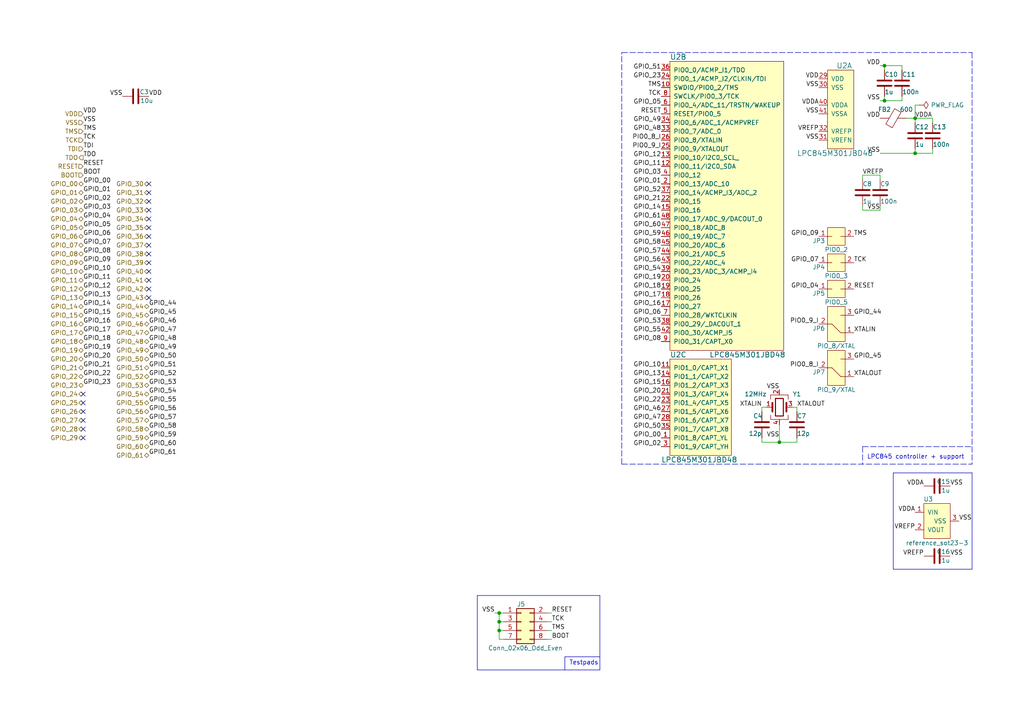
<source format=kicad_sch>
(kicad_sch (version 20230121) (generator eeschema)
  (paper "A4")
  (lib_symbols
    (symbol "Connector_Generic:Conn_02x04_Odd_Even" (pin_names (offset 1.016) hide)
      (property "Reference" "J" (at 1.27 5.08 0))
      (property "Value" "Conn_02x04_Odd_Even" (at 1.27 -7.62 0))
      (symbol "Conn_02x04_Odd_Even_1_1"
        (rectangle (start -1.27 -4.953) (end 0 -5.207) (stroke (width 0.1524)))
        (rectangle (start -1.27 -2.413) (end 0 -2.667) (stroke (width 0.1524)))
        (rectangle (start -1.27 0.127) (end 0 -0.127) (stroke (width 0.1524)))
        (rectangle (start -1.27 2.667) (end 0 2.413) (stroke (width 0.1524)))
        (rectangle (start -1.27 3.81) (end 3.81 -6.35) (stroke (width 0.254)) (fill (type background)))
        (rectangle (start 3.81 -4.953) (end 2.54 -5.207) (stroke (width 0.1524)))
        (rectangle (start 3.81 -2.413) (end 2.54 -2.667) (stroke (width 0.1524)))
        (rectangle (start 3.81 0.127) (end 2.54 -0.127) (stroke (width 0.1524)))
        (rectangle (start 3.81 2.667) (end 2.54 2.413) (stroke (width 0.1524)))
        (pin passive line (at -5.08 2.54 0) (length 3.81) (name "Pin_1") (number "1"))
        (pin passive line (at 7.62 2.54 180) (length 3.81) (name "Pin_2") (number "2"))
        (pin passive line (at -5.08 0 0) (length 3.81) (name "Pin_3") (number "3"))
        (pin passive line (at 7.62 0 180) (length 3.81) (name "Pin_4") (number "4"))
        (pin passive line (at -5.08 -2.54 0) (length 3.81) (name "Pin_5") (number "5"))
        (pin passive line (at 7.62 -2.54 180) (length 3.81) (name "Pin_6") (number "6"))
        (pin passive line (at -5.08 -5.08 0) (length 3.81) (name "Pin_7") (number "7"))
        (pin passive line (at 7.62 -5.08 180) (length 3.81) (name "Pin_8") (number "8"))
      )
    )
    (symbol "Device:C" (pin_numbers hide) (pin_names (offset 0.254))
      (property "Reference" "C" (at 0.635 2.54 0))
      (property "Value" "C" (at 0.635 -2.54 0))
      (symbol "C_0_1"
        (polyline (pts (xy -2.032 -0.762) (xy 2.032 -0.762)) (stroke (width 0.508)))
        (polyline (pts (xy -2.032 0.762) (xy 2.032 0.762)) (stroke (width 0.508)))
      )
      (symbol "C_1_1"
        (pin passive line (at 0 3.81 270) (length 2.794) (name "~") (number "1"))
        (pin passive line (at 0 -3.81 90) (length 2.794) (name "~") (number "2"))
      )
    )
    (symbol "Device:Crystal_GND24" (pin_names (offset 1.016) hide)
      (property "Reference" "Y" (at 3.175 5.08 0))
      (property "Value" "Crystal_GND24" (at 3.175 3.175 0))
      (symbol "Crystal_GND24_0_1"
        (rectangle (start -1.143 2.54) (end 1.143 -2.54) (stroke (width 0.3048)))
        (polyline (pts (xy -2.54 0) (xy -2.032 0)))
        (polyline (pts (xy -2.032 -1.27) (xy -2.032 1.27)) (stroke (width 0.508)))
        (polyline (pts (xy 0 -3.81) (xy 0 -3.556)))
        (polyline (pts (xy 0 3.556) (xy 0 3.81)))
        (polyline (pts (xy 2.032 -1.27) (xy 2.032 1.27)) (stroke (width 0.508)))
        (polyline (pts (xy 2.032 0) (xy 2.54 0)))
        (polyline (pts (xy -2.54 -2.286) (xy -2.54 -3.556) (xy 2.54 -3.556) (xy 2.54 -2.286)))
        (polyline (pts (xy -2.54 2.286) (xy -2.54 3.556) (xy 2.54 3.556) (xy 2.54 2.286)))
      )
      (symbol "Crystal_GND24_1_1"
        (pin passive line (at -3.81 0 0) (length 1.27) (name "1") (number "1"))
        (pin passive line (at 0 5.08 270) (length 1.27) (name "2") (number "2"))
        (pin passive line (at 3.81 0 180) (length 1.27) (name "3") (number "3"))
        (pin passive line (at 0 -5.08 90) (length 1.27) (name "4") (number "4"))
      )
    )
    (symbol "Device:FerriteBead" (pin_numbers hide) (pin_names (offset 0))
      (property "Reference" "FB" (at -3.81 0.635 90))
      (property "Value" "FerriteBead" (at 3.81 0 90))
      (symbol "FerriteBead_0_1"
        (polyline (pts (xy 0 -1.27) (xy 0 -1.2192)))
        (polyline (pts (xy 0 1.27) (xy 0 1.2954)))
        (polyline (pts (xy -2.7686 0.4064) (xy -1.7018 2.2606) (xy 2.7686 -0.3048) (xy 1.6764 -2.159) (xy -2.7686 0.4064)))
      )
      (symbol "FerriteBead_1_1"
        (pin passive line (at 0 3.81 270) (length 2.54) (name "~") (number "1"))
        (pin passive line (at 0 -3.81 90) (length 2.54) (name "~") (number "2"))
      )
    )
    (symbol "SquantorGenericAnalog:reference_sot23-3" (pin_names (offset 1.016))
      (property "Reference" "U" (at 0 6.35 0))
      (property "Value" "reference_sot23-3" (at 0 -6.35 0))
      (symbol "reference_sot23-3_0_1"
        (rectangle (start -3.81 5.08) (end 3.81 -5.08) (fill (type background)))
      )
      (symbol "reference_sot23-3_1_1"
        (pin power_in line (at -6.35 2.54 0) (length 2.54) (name "VIN") (number "1"))
        (pin power_out line (at -6.35 -2.54 0) (length 2.54) (name "VOUT") (number "2"))
        (pin power_in line (at 6.35 0 180) (length 2.54) (name "VSS") (number "3"))
      )
    )
    (symbol "SquantorNxp:LPC845M301JBD48" (pin_names (offset 1.016))
      (property "Reference" "U" (at 0 43.18 0))
      (property "Value" "LPC845M301JBD48" (at 0 -43.18 0))
      (symbol "LPC845M301JBD48_1_1"
        (rectangle (start -3.81 11.43) (end 3.81 -11.43) (fill (type background)))
        (pin power_in line (at -6.35 8.89 0) (length 2.54) (name "VDD") (number "29"))
        (pin power_in line (at -6.35 6.35 0) (length 2.54) (name "VSS") (number "30"))
        (pin power_in line (at -6.35 -8.89 0) (length 2.54) (name "VREFN") (number "31"))
        (pin power_in line (at -6.35 -6.35 0) (length 2.54) (name "VREFP") (number "32"))
        (pin power_in line (at -6.35 1.27 0) (length 2.54) (name "VDDA") (number "40"))
        (pin power_in line (at -6.35 -1.27 0) (length 2.54) (name "VSSA") (number "41"))
      )
      (symbol "LPC845M301JBD48_2_1"
        (rectangle (start -15.24 41.91) (end 17.78 -41.91) (fill (type background)))
        (pin bidirectional line (at -17.78 34.29 0) (length 2.54) (name "SWDIO/PIO0_2/TMS") (number "10"))
        (pin bidirectional line (at -17.78 11.43 0) (length 2.54) (name "PIO0_11/I2C0_SDA") (number "12"))
        (pin bidirectional line (at -17.78 13.97 0) (length 2.54) (name "PIO0_10/I2C0_SCL_") (number "13"))
        (pin bidirectional line (at -17.78 -1.27 0) (length 2.54) (name "PIO0_16") (number "15"))
        (pin bidirectional line (at -17.78 -29.21 0) (length 2.54) (name "PIO0_27") (number "17"))
        (pin bidirectional line (at -17.78 -26.67 0) (length 2.54) (name "PIO0_26") (number "18"))
        (pin bidirectional line (at -17.78 -24.13 0) (length 2.54) (name "PIO0_25") (number "19"))
        (pin bidirectional line (at -17.78 6.35 0) (length 2.54) (name "PIO0_13/ADC_10") (number "2"))
        (pin bidirectional line (at -17.78 -21.59 0) (length 2.54) (name "PIO0_24") (number "20"))
        (pin bidirectional line (at -17.78 1.27 0) (length 2.54) (name "PIO0_15") (number "22"))
        (pin bidirectional line (at -17.78 36.83 0) (length 2.54) (name "PIO0_1/ACMP_I2/CLKIN/TDI") (number "24"))
        (pin bidirectional line (at -17.78 16.51 0) (length 2.54) (name "PIO0_9/XTALOUT") (number "25"))
        (pin bidirectional line (at -17.78 19.05 0) (length 2.54) (name "PIO0_8/XTALIN") (number "26"))
        (pin bidirectional line (at -17.78 21.59 0) (length 2.54) (name "PIO0_7/ADC_0") (number "33"))
        (pin bidirectional line (at -17.78 24.13 0) (length 2.54) (name "PIO0_6/ADC_1/ACMPVREF") (number "34"))
        (pin bidirectional line (at -17.78 39.37 0) (length 2.54) (name "PIO0_0/ACMP_I1/TDO") (number "36"))
        (pin bidirectional line (at -17.78 3.81 0) (length 2.54) (name "PIO0_14/ACMP_I3/ADC_2") (number "37"))
        (pin bidirectional line (at -17.78 -34.29 0) (length 2.54) (name "PIO0_29/_DACOUT_1") (number "38"))
        (pin bidirectional line (at -17.78 -19.05 0) (length 2.54) (name "PIO0_23/ADC_3/ACMP_I4") (number "39"))
        (pin bidirectional line (at -17.78 8.89 0) (length 2.54) (name "PIO0_12") (number "4"))
        (pin bidirectional line (at -17.78 -36.83 0) (length 2.54) (name "PIO0_30/ACMP_I5") (number "42"))
        (pin bidirectional line (at -17.78 -16.51 0) (length 2.54) (name "PIO0_22/ADC_4") (number "43"))
        (pin bidirectional line (at -17.78 -13.97 0) (length 2.54) (name "PIO0_21/ADC_5") (number "44"))
        (pin bidirectional line (at -17.78 -11.43 0) (length 2.54) (name "PIO0_20/ADC_6") (number "45"))
        (pin bidirectional line (at -17.78 -8.89 0) (length 2.54) (name "PIO0_19/ADC_7") (number "46"))
        (pin bidirectional line (at -17.78 -6.35 0) (length 2.54) (name "PIO0_18/ADC_8") (number "47"))
        (pin bidirectional line (at -17.78 -3.81 0) (length 2.54) (name "PIO0_17/ADC_9/DACOUT_0") (number "48"))
        (pin bidirectional line (at -17.78 26.67 0) (length 2.54) (name "RESET/PIO0_5") (number "5"))
        (pin bidirectional line (at -17.78 29.21 0) (length 2.54) (name "PIO0_4/ADC_11/TRSTN/WAKEUP") (number "6"))
        (pin bidirectional line (at -17.78 -31.75 0) (length 2.54) (name "PIO0_28/WKTCLKIN") (number "7"))
        (pin bidirectional line (at -17.78 31.75 0) (length 2.54) (name "SWCLK/PIO0_3/TCK") (number "8"))
        (pin bidirectional line (at -17.78 -39.37 0) (length 2.54) (name "PIO0_31/CAPT_X0") (number "9"))
      )
      (symbol "LPC845M301JBD48_3_1"
        (rectangle (start -8.89 13.97) (end 8.89 -13.97) (fill (type background)))
        (pin bidirectional line (at -11.43 -8.89 0) (length 2.54) (name "PIO1_8/CAPT_YL") (number "1"))
        (pin bidirectional line (at -11.43 11.43 0) (length 2.54) (name "PIO1_0/CAPT_X1") (number "11"))
        (pin bidirectional line (at -11.43 8.89 0) (length 2.54) (name "PIO1_1/CAPT_X2") (number "14"))
        (pin bidirectional line (at -11.43 6.35 0) (length 2.54) (name "PIO1_2/CAPT_X3") (number "16"))
        (pin bidirectional line (at -11.43 3.81 0) (length 2.54) (name "PIO1_3/CAPT_X4") (number "21"))
        (pin bidirectional line (at -11.43 1.27 0) (length 2.54) (name "PIO1_4/CAPT_X5") (number "23"))
        (pin bidirectional line (at -11.43 -1.27 0) (length 2.54) (name "PIO1_5/CAPT_X6") (number "27"))
        (pin bidirectional line (at -11.43 -3.81 0) (length 2.54) (name "PIO1_6/CAPT_X7") (number "28"))
        (pin bidirectional line (at -11.43 -11.43 0) (length 2.54) (name "PIO1_9/CAPT_YH") (number "3"))
        (pin bidirectional line (at -11.43 -6.35 0) (length 2.54) (name "PIO1_7/CAPT_X8") (number "35"))
      )
    )
    (symbol "SquantorSpecial:Solderjumper_2way_noconn" (pin_names (offset 1.016))
      (property "Reference" "JP" (at 0 3.81 0))
      (property "Value" "Solderjumper_2way_noconn" (at 0 -3.81 0))
      (symbol "Solderjumper_2way_noconn_0_1"
        (rectangle (start -2.54 2.54) (end 2.54 -2.54) (fill (type background)))
        (polyline (pts (xy -2.54 0) (xy -1.27 0)))
        (polyline (pts (xy 2.54 0) (xy 1.27 0)))
      )
      (symbol "Solderjumper_2way_noconn_1_1"
        (pin passive line (at -5.08 0 0) (length 2.54) (name "~") (number "1"))
        (pin passive line (at 5.08 0 180) (length 2.54) (name "~") (number "2"))
      )
    )
    (symbol "SquantorSpecial:Solderjumper_3way_12conn" (pin_names (offset 1.016))
      (property "Reference" "JP" (at 0 6.35 0))
      (property "Value" "Solderjumper_3way_12conn" (at 0 -6.35 0))
      (symbol "Solderjumper_3way_12conn_0_1"
        (rectangle (start -2.54 5.08) (end 2.54 -5.08) (fill (type background)))
        (polyline (pts (xy -2.54 -2.54) (xy -1.27 -2.54)))
        (polyline (pts (xy -2.54 2.54) (xy -1.27 2.54)))
        (polyline (pts (xy -1.27 2.54) (xy 1.27 0)))
        (polyline (pts (xy 2.54 0) (xy 1.27 0)))
      )
      (symbol "Solderjumper_3way_12conn_1_1"
        (pin passive line (at -5.08 2.54 0) (length 2.54) (name "~") (number "1"))
        (pin passive line (at 5.08 0 180) (length 2.54) (name "~") (number "2"))
        (pin passive line (at -5.08 -2.54 0) (length 2.54) (name "~") (number "3"))
      )
    )
    (symbol "power:PWR_FLAG" (power) (pin_numbers hide) (pin_names (offset 0) hide)
      (property "Value" "PWR_FLAG" (at 0 3.81 0))
      (symbol "PWR_FLAG_0_0"
        (pin power_out line (at 0 0 90) (length 0) (name "pwr") (number "1"))
      )
      (symbol "PWR_FLAG_0_1"
        (polyline (pts (xy 0 0) (xy 0 1.27) (xy -1.016 1.905) (xy 0 2.54) (xy 1.016 1.905) (xy 0 1.27)))
      )
    )
  )
  (junction (at 256.54 19.05))
  (junction (at 144.78 177.8))
  (junction (at 144.78 180.34))
  (junction (at 265.43 34.29))
  (junction (at 256.54 29.21))
  (junction (at 144.78 182.88))
  (junction (at 226.06 128.27))
  (junction (at 265.43 44.45))
  (no_connect (at 24.13 116.84))
  (no_connect (at 43.18 58.42))
  (no_connect (at 43.18 60.96))
  (no_connect (at 43.18 78.74))
  (no_connect (at 24.13 124.46))
  (no_connect (at 43.18 71.12))
  (no_connect (at 43.18 53.34))
  (no_connect (at 24.13 127))
  (no_connect (at 43.18 63.5))
  (no_connect (at 43.18 73.66))
  (no_connect (at 24.13 119.38))
  (no_connect (at 43.18 76.2))
  (no_connect (at 43.18 86.36))
  (no_connect (at 43.18 66.04))
  (no_connect (at 43.18 68.58))
  (no_connect (at 24.13 114.3))
  (no_connect (at 43.18 81.28))
  (no_connect (at 43.18 55.88))
  (no_connect (at 24.13 121.92))
  (no_connect (at 43.18 83.82))
  (wire (pts (xy 226.06 123.19) (xy 226.06 128.27)))
  (wire (pts (xy 255.27 19.05) (xy 256.54 19.05)))
  (wire (pts (xy 250.19 52.07) (xy 250.19 50.8)))
  (wire (pts (xy 144.78 177.8) (xy 144.78 180.34)))
  (wire (pts (xy 265.43 43.18) (xy 265.43 44.45)))
  (wire (pts (xy 158.75 182.88) (xy 160.02 182.88)))
  (wire (pts (xy 265.43 44.45) (xy 270.51 44.45)))
  (polyline (pts (xy 180.34 15.24) (xy 281.94 15.24)) (stroke (width 0) (type dash)))
  (wire (pts (xy 231.14 128.27) (xy 226.06 128.27)))
  (polyline (pts (xy 138.43 194.31) (xy 173.99 194.31)))
  (wire (pts (xy 250.19 59.69) (xy 250.19 60.96)))
  (wire (pts (xy 144.78 177.8) (xy 146.05 177.8)))
  (polyline (pts (xy 180.34 134.62) (xy 281.94 134.62)) (stroke (width 0) (type dash)))
  (wire (pts (xy 144.78 182.88) (xy 144.78 185.42)))
  (wire (pts (xy 270.51 44.45) (xy 270.51 43.18)))
  (wire (pts (xy 256.54 20.32) (xy 256.54 19.05)))
  (wire (pts (xy 255.27 50.8) (xy 255.27 52.07)))
  (wire (pts (xy 158.75 180.34) (xy 160.02 180.34)))
  (polyline (pts (xy 180.34 134.62) (xy 180.34 15.24)) (stroke (width 0) (type dash)))
  (wire (pts (xy 256.54 27.94) (xy 256.54 29.21)))
  (wire (pts (xy 265.43 34.29) (xy 270.51 34.29)))
  (wire (pts (xy 261.62 20.32) (xy 261.62 19.05)))
  (wire (pts (xy 255.27 44.45) (xy 265.43 44.45)))
  (polyline (pts (xy 259.08 165.1) (xy 259.08 137.16)))
  (wire (pts (xy 144.78 180.34) (xy 144.78 182.88)))
  (wire (pts (xy 220.98 118.11) (xy 220.98 119.38)))
  (wire (pts (xy 158.75 177.8) (xy 160.02 177.8)))
  (wire (pts (xy 270.51 34.29) (xy 270.51 35.56)))
  (polyline (pts (xy 173.99 193.04) (xy 173.99 172.72)))
  (polyline (pts (xy 173.99 193.04) (xy 173.99 194.31)))
  (polyline (pts (xy 250.19 129.54) (xy 281.94 129.54)) (stroke (width 0) (type dash)))
  (polyline (pts (xy 250.19 129.54) (xy 250.19 134.62)) (stroke (width 0) (type dash)))
  (wire (pts (xy 220.98 128.27) (xy 220.98 127)))
  (wire (pts (xy 143.51 177.8) (xy 144.78 177.8)))
  (wire (pts (xy 265.43 35.56) (xy 265.43 34.29)))
  (wire (pts (xy 261.62 27.94) (xy 261.62 29.21)))
  (wire (pts (xy 231.14 118.11) (xy 231.14 119.38)))
  (wire (pts (xy 229.87 118.11) (xy 231.14 118.11)))
  (wire (pts (xy 144.78 182.88) (xy 146.05 182.88)))
  (wire (pts (xy 220.98 118.11) (xy 222.25 118.11)))
  (wire (pts (xy 250.19 50.8) (xy 255.27 50.8)))
  (wire (pts (xy 255.27 60.96) (xy 255.27 59.69)))
  (polyline (pts (xy 281.94 15.24) (xy 281.94 134.62)) (stroke (width 0) (type dash)))
  (wire (pts (xy 250.19 60.96) (xy 255.27 60.96)))
  (wire (pts (xy 256.54 29.21) (xy 261.62 29.21)))
  (wire (pts (xy 265.43 30.48) (xy 265.43 34.29)))
  (wire (pts (xy 158.75 185.42) (xy 160.02 185.42)))
  (polyline (pts (xy 138.43 172.72) (xy 138.43 194.31)))
  (polyline (pts (xy 259.08 137.16) (xy 281.94 137.16)))
  (wire (pts (xy 262.89 34.29) (xy 265.43 34.29)))
  (wire (pts (xy 266.7 30.48) (xy 265.43 30.48)))
  (polyline (pts (xy 281.94 165.1) (xy 259.08 165.1)))
  (wire (pts (xy 226.06 128.27) (xy 220.98 128.27)))
  (polyline (pts (xy 173.99 172.72) (xy 138.43 172.72)))
  (polyline (pts (xy 163.83 190.5) (xy 163.83 194.31)))
  (wire (pts (xy 255.27 29.21) (xy 256.54 29.21)))
  (wire (pts (xy 256.54 19.05) (xy 261.62 19.05)))
  (polyline (pts (xy 173.99 190.5) (xy 163.83 190.5)))
  (wire (pts (xy 144.78 180.34) (xy 146.05 180.34)))
  (wire (pts (xy 144.78 185.42) (xy 146.05 185.42)))
  (wire (pts (xy 231.14 127) (xy 231.14 128.27)))
  (polyline (pts (xy 281.94 137.16) (xy 281.94 165.1)))
  (text "Testpads" (at 165.1 193.04 0) (effects (font (size 1.27 1.27)) (justify left bottom)))
  (text "LPC845 controller + support" (at 251.46 133.35 0) (effects (font (size 1.27 1.27)) (justify left bottom)))
  (label "GPIO_05" (at 24.13 66.04 0))
  (label "GPIO_59" (at 191.77 68.58 180))
  (label "TCK" (at 191.77 27.94 180))
  (label "VSS" (at 237.49 25.4 180))
  (label "VDD" (at 255.27 34.29 180))
  (label "VSS" (at 24.13 35.56 0))
  (label "GPIO_09" (at 237.49 68.58 180))
  (label "VSS" (at 237.49 33.02 180))
  (label "RESET" (at 160.02 177.8 0))
  (label "GPIO_14" (at 24.13 88.9 0))
  (label "BOOT" (at 160.02 185.42 0))
  (label "VREFP" (at 265.43 153.67 180))
  (label "XTALOUT" (at 247.65 109.22 0))
  (label "GPIO_44" (at 43.18 88.9 0))
  (label "VSS" (at 143.51 177.8 180))
  (label "GPIO_46" (at 191.77 119.38 180))
  (label "PIO0_9_I" (at 237.49 93.98 180))
  (label "GPIO_00" (at 24.13 53.34 0))
  (label "GPIO_50" (at 43.18 104.14 0))
  (label "GPIO_47" (at 191.77 121.92 180))
  (label "RESET" (at 247.65 83.82 0))
  (label "GPIO_50" (at 191.77 124.46 180))
  (label "TMS" (at 247.65 68.58 0))
  (label "GPIO_60" (at 43.18 129.54 0))
  (label "GPIO_59" (at 43.18 127 0))
  (label "GPIO_11" (at 191.77 48.26 180))
  (label "TCK" (at 24.13 40.64 0))
  (label "GPIO_10" (at 24.13 78.74 0))
  (label "GPIO_20" (at 191.77 114.3 180))
  (label "GPIO_61" (at 191.77 63.5 180))
  (label "GPIO_16" (at 191.77 88.9 180))
  (label "GPIO_54" (at 43.18 114.3 0))
  (label "VDDA" (at 237.49 30.48 180))
  (label "GPIO_01" (at 191.77 53.34 180))
  (label "GPIO_09" (at 24.13 76.2 0))
  (label "GPIO_58" (at 191.77 71.12 180))
  (label "VSS" (at 226.06 127 180))
  (label "GPIO_21" (at 191.77 58.42 180))
  (label "VSS" (at 255.27 60.96 180))
  (label "GPIO_49" (at 191.77 35.56 180))
  (label "PIO0_8_I" (at 191.77 40.64 180))
  (label "VDDA" (at 265.43 34.29 0))
  (label "GPIO_54" (at 191.77 78.74 180))
  (label "VDD" (at 237.49 22.86 180))
  (label "RESET" (at 191.77 33.02 180))
  (label "GPIO_23" (at 191.77 22.86 180))
  (label "VSS" (at 226.06 113.03 180))
  (label "VDDA" (at 265.43 148.59 180))
  (label "XTALIN" (at 247.65 96.52 0))
  (label "TCK" (at 247.65 76.2 0))
  (label "GPIO_58" (at 43.18 124.46 0))
  (label "GPIO_56" (at 43.18 119.38 0))
  (label "XTALOUT" (at 231.14 118.11 0))
  (label "GPIO_52" (at 191.77 55.88 180))
  (label "GPIO_52" (at 43.18 109.22 0))
  (label "GPIO_12" (at 191.77 45.72 180))
  (label "VDD" (at 43.18 27.94 0))
  (label "GPIO_60" (at 191.77 66.04 180))
  (label "VDDA" (at 267.97 140.97 180))
  (label "GPIO_13" (at 24.13 86.36 0))
  (label "VSS" (at 275.59 140.97 0))
  (label "GPIO_18" (at 191.77 83.82 180))
  (label "GPIO_47" (at 43.18 96.52 0))
  (label "GPIO_12" (at 24.13 83.82 0))
  (label "GPIO_48" (at 43.18 99.06 0))
  (label "GPIO_51" (at 43.18 106.68 0))
  (label "TDO" (at 24.13 45.72 0))
  (label "VREFP" (at 250.19 50.8 0))
  (label "GPIO_01" (at 24.13 55.88 0))
  (label "VREFP" (at 267.97 161.29 180))
  (label "GPIO_20" (at 24.13 104.14 0))
  (label "PIO0_9_I" (at 191.77 43.18 180))
  (label "GPIO_49" (at 43.18 101.6 0))
  (label "GPIO_45" (at 43.18 91.44 0))
  (label "GPIO_03" (at 24.13 60.96 0))
  (label "GPIO_53" (at 43.18 111.76 0))
  (label "GPIO_00" (at 191.77 127 180))
  (label "GPIO_57" (at 43.18 121.92 0))
  (label "GPIO_57" (at 191.77 73.66 180))
  (label "GPIO_23" (at 24.13 111.76 0))
  (label "GPIO_05" (at 191.77 30.48 180))
  (label "GPIO_48" (at 191.77 38.1 180))
  (label "GPIO_18" (at 24.13 99.06 0))
  (label "GPIO_15" (at 24.13 91.44 0))
  (label "PIO0_8_I" (at 237.49 106.68 180))
  (label "VSS" (at 255.27 44.45 180))
  (label "GPIO_55" (at 43.18 116.84 0))
  (label "GPIO_44" (at 247.65 91.44 0))
  (label "GPIO_11" (at 24.13 81.28 0))
  (label "VSS" (at 275.59 161.29 0))
  (label "TDI" (at 24.13 43.18 0))
  (label "GPIO_53" (at 191.77 93.98 180))
  (label "GPIO_22" (at 24.13 109.22 0))
  (label "GPIO_16" (at 24.13 93.98 0))
  (label "GPIO_08" (at 24.13 73.66 0))
  (label "GPIO_45" (at 247.65 104.14 0))
  (label "TMS" (at 160.02 182.88 0))
  (label "VSS" (at 255.27 29.21 180))
  (label "GPIO_02" (at 191.77 129.54 180))
  (label "GPIO_04" (at 24.13 63.5 0))
  (label "GPIO_10" (at 191.77 106.68 180))
  (label "GPIO_22" (at 191.77 116.84 180))
  (label "TMS" (at 191.77 25.4 180))
  (label "VREFP" (at 237.49 38.1 180))
  (label "GPIO_17" (at 24.13 96.52 0))
  (label "GPIO_55" (at 191.77 96.52 180))
  (label "GPIO_14" (at 191.77 60.96 180))
  (label "GPIO_04" (at 237.49 83.82 180))
  (label "VDD" (at 255.27 19.05 180))
  (label "GPIO_19" (at 191.77 81.28 180))
  (label "GPIO_51" (at 191.77 20.32 180))
  (label "GPIO_06" (at 191.77 91.44 180))
  (label "GPIO_19" (at 24.13 101.6 0))
  (label "GPIO_08" (at 191.77 99.06 180))
  (label "GPIO_46" (at 43.18 93.98 0))
  (label "GPIO_03" (at 191.77 50.8 180))
  (label "GPIO_17" (at 191.77 86.36 180))
  (label "GPIO_07" (at 24.13 71.12 0))
  (label "GPIO_21" (at 24.13 106.68 0))
  (label "GPIO_15" (at 191.77 111.76 180))
  (label "GPIO_02" (at 24.13 58.42 0))
  (label "BOOT" (at 24.13 50.8 0))
  (label "GPIO_61" (at 43.18 132.08 0))
  (label "GPIO_13" (at 191.77 109.22 180))
  (label "GPIO_07" (at 237.49 76.2 180))
  (label "TCK" (at 160.02 180.34 0))
  (label "GPIO_56" (at 191.77 76.2 180))
  (label "VSS" (at 237.49 40.64 180))
  (label "XTALIN" (at 220.98 118.11 180))
  (label "RESET" (at 24.13 48.26 0))
  (label "VSS" (at 278.13 151.13 0))
  (label "GPIO_06" (at 24.13 68.58 0))
  (label "TMS" (at 24.13 38.1 0))
  (label "VDD" (at 24.13 33.02 0))
  (label "VSS" (at 35.56 27.94 180))
  (hierarchical_label "GPIO_30" (shape bidirectional) (at 43.18 53.34 180))
  (hierarchical_label "GPIO_12" (shape bidirectional) (at 24.13 83.82 180))
  (hierarchical_label "GPIO_15" (shape bidirectional) (at 24.13 91.44 180))
  (hierarchical_label "GPIO_39" (shape bidirectional) (at 43.18 76.2 180))
  (hierarchical_label "GPIO_21" (shape bidirectional) (at 24.13 106.68 180))
  (hierarchical_label "GPIO_40" (shape bidirectional) (at 43.18 78.74 180))
  (hierarchical_label "VSS" (shape input) (at 24.13 35.56 180))
  (hierarchical_label "GPIO_02" (shape bidirectional) (at 24.13 58.42 180))
  (hierarchical_label "TDI" (shape input) (at 24.13 43.18 180))
  (hierarchical_label "GPIO_35" (shape bidirectional) (at 43.18 66.04 180))
  (hierarchical_label "GPIO_03" (shape bidirectional) (at 24.13 60.96 180))
  (hierarchical_label "GPIO_20" (shape bidirectional) (at 24.13 104.14 180))
  (hierarchical_label "GPIO_17" (shape bidirectional) (at 24.13 96.52 180))
  (hierarchical_label "GPIO_32" (shape bidirectional) (at 43.18 58.42 180))
  (hierarchical_label "GPIO_60" (shape bidirectional) (at 43.18 129.54 180))
  (hierarchical_label "GPIO_05" (shape bidirectional) (at 24.13 66.04 180))
  (hierarchical_label "GPIO_48" (shape bidirectional) (at 43.18 99.06 180))
  (hierarchical_label "GPIO_11" (shape bidirectional) (at 24.13 81.28 180))
  (hierarchical_label "GPIO_06" (shape bidirectional) (at 24.13 68.58 180))
  (hierarchical_label "GPIO_23" (shape bidirectional) (at 24.13 111.76 180))
  (hierarchical_label "GPIO_34" (shape bidirectional) (at 43.18 63.5 180))
  (hierarchical_label "GPIO_27" (shape bidirectional) (at 24.13 121.92 180))
  (hierarchical_label "BOOT" (shape input) (at 24.13 50.8 180))
  (hierarchical_label "GPIO_22" (shape bidirectional) (at 24.13 109.22 180))
  (hierarchical_label "TCK" (shape input) (at 24.13 40.64 180))
  (hierarchical_label "GPIO_38" (shape bidirectional) (at 43.18 73.66 180))
  (hierarchical_label "GPIO_13" (shape bidirectional) (at 24.13 86.36 180))
  (hierarchical_label "GPIO_42" (shape bidirectional) (at 43.18 83.82 180))
  (hierarchical_label "GPIO_24" (shape bidirectional) (at 24.13 114.3 180))
  (hierarchical_label "GPIO_61" (shape bidirectional) (at 43.18 132.08 180))
  (hierarchical_label "TMS" (shape input) (at 24.13 38.1 180))
  (hierarchical_label "GPIO_43" (shape bidirectional) (at 43.18 86.36 180))
  (hierarchical_label "GPIO_10" (shape bidirectional) (at 24.13 78.74 180))
  (hierarchical_label "GPIO_00" (shape bidirectional) (at 24.13 53.34 180))
  (hierarchical_label "GPIO_37" (shape bidirectional) (at 43.18 71.12 180))
  (hierarchical_label "GPIO_55" (shape bidirectional) (at 43.18 116.84 180))
  (hierarchical_label "GPIO_41" (shape bidirectional) (at 43.18 81.28 180))
  (hierarchical_label "GPIO_25" (shape bidirectional) (at 24.13 116.84 180))
  (hierarchical_label "GPIO_04" (shape bidirectional) (at 24.13 63.5 180))
  (hierarchical_label "GPIO_47" (shape bidirectional) (at 43.18 96.52 180))
  (hierarchical_label "GPIO_45" (shape bidirectional) (at 43.18 91.44 180))
  (hierarchical_label "GPIO_46" (shape bidirectional) (at 43.18 93.98 180))
  (hierarchical_label "GPIO_19" (shape bidirectional) (at 24.13 101.6 180))
  (hierarchical_label "GPIO_36" (shape bidirectional) (at 43.18 68.58 180))
  (hierarchical_label "GPIO_14" (shape bidirectional) (at 24.13 88.9 180))
  (hierarchical_label "GPIO_07" (shape bidirectional) (at 24.13 71.12 180))
  (hierarchical_label "GPIO_51" (shape bidirectional) (at 43.18 106.68 180))
  (hierarchical_label "GPIO_52" (shape bidirectional) (at 43.18 109.22 180))
  (hierarchical_label "GPIO_49" (shape bidirectional) (at 43.18 101.6 180))
  (hierarchical_label "VDD" (shape input) (at 24.13 33.02 180))
  (hierarchical_label "GPIO_26" (shape bidirectional) (at 24.13 119.38 180))
  (hierarchical_label "RESET" (shape input) (at 24.13 48.26 180))
  (hierarchical_label "GPIO_44" (shape bidirectional) (at 43.18 88.9 180))
  (hierarchical_label "GPIO_01" (shape bidirectional) (at 24.13 55.88 180))
  (hierarchical_label "GPIO_28" (shape bidirectional) (at 24.13 124.46 180))
  (hierarchical_label "GPIO_53" (shape bidirectional) (at 43.18 111.76 180))
  (hierarchical_label "GPIO_33" (shape bidirectional) (at 43.18 60.96 180))
  (hierarchical_label "GPIO_16" (shape bidirectional) (at 24.13 93.98 180))
  (hierarchical_label "GPIO_50" (shape bidirectional) (at 43.18 104.14 180))
  (hierarchical_label "GPIO_56" (shape bidirectional) (at 43.18 119.38 180))
  (hierarchical_label "GPIO_58" (shape bidirectional) (at 43.18 124.46 180))
  (hierarchical_label "GPIO_18" (shape bidirectional) (at 24.13 99.06 180))
  (hierarchical_label "GPIO_59" (shape bidirectional) (at 43.18 127 180))
  (hierarchical_label "GPIO_31" (shape bidirectional) (at 43.18 55.88 180))
  (hierarchical_label "GPIO_54" (shape bidirectional) (at 43.18 114.3 180))
  (hierarchical_label "GPIO_29" (shape bidirectional) (at 24.13 127 180))
  (hierarchical_label "TDO" (shape output) (at 24.13 45.72 180))
  (hierarchical_label "GPIO_09" (shape bidirectional) (at 24.13 76.2 180))
  (hierarchical_label "GPIO_08" (shape bidirectional) (at 24.13 73.66 180))
  (hierarchical_label "GPIO_57" (shape bidirectional) (at 43.18 121.92 180))
  (symbol (lib_id "Device:C") (at 39.37 27.94 90) (unit 1)
    (property "Reference" "C3" (at 43.18 26.67 90) (effects (justify left)))
    (property "Value" "10u" (at 44.45 29.21 90) (effects (justify left)))
    (property "Footprint" "SquantorCapacitor:C_0603" (effects hide))
  )
  (symbol (lib_id "SquantorNxp:LPC845M301JBD48") (at 243.84 31.75 0) (unit 1)
    (property "Reference" "U2" (at 242.57 19.05 0) (effects (font (size 1.524 1.524)) (justify left)))
    (property "Value" "LPC845M301JBD48" (at 231.14 44.45 0) (effects (font (size 1.524 1.524)) (justify left)))
  )
  (symbol (lib_id "Device:C") (at 255.27 55.88 0) (unit 1)
    (property "Reference" "C9" (at 255.27 53.34 0) (effects (justify left)))
    (property "Value" "100n" (at 255.27 58.42 0) (effects (justify left)))
    (property "Footprint" "SquantorCapacitor:C_0402" (effects hide))
  )
  (symbol (lib_id "SquantorSpecial:Solderjumper_2way_noconn") (at 242.57 76.2 0) (unit 1)
    (property "Reference" "JP4" (at 237.49 77.47 0))
    (property "Value" "PIO0_3" (at 242.57 80.01 0))
    (property "Footprint" "SquantorSpecial:solder_jumper_0402_2way_noconn" (effects hide))
  )
  (symbol (lib_id "Connector_Generic:Conn_02x04_Odd_Even") (at 151.13 180.34 0) (unit 1)
    (property "Reference" "J5" (at 151.13 175.26 0))
    (property "Value" "Conn_02x06_Odd_Even" (at 152.4 187.96 0))
    (property "Footprint" "SquantorConnectors:Header-0127-2X04-H006" (effects hide))
  )
  (symbol (lib_id "SquantorSpecial:Solderjumper_2way_noconn") (at 242.57 83.82 0) (unit 1)
    (property "Reference" "JP5" (at 237.49 85.09 0))
    (property "Value" "PIO0_5" (at 242.57 87.63 0))
    (property "Footprint" "SquantorSpecial:solder_jumper_0402_2way_noconn" (effects hide))
  )
  (symbol (lib_id "power:PWR_FLAG") (at 266.7 30.48 270) (unit 1)
    (property "Reference" "#FLG04" (effects hide))
    (property "Value" "PWR_FLAG" (at 269.9512 30.48 90) (effects (justify left)))
  )
  (symbol (lib_id "Device:C") (at 270.51 39.37 0) (unit 1)
    (property "Reference" "C13" (at 270.51 36.83 0) (effects (justify left)))
    (property "Value" "100n" (at 270.51 41.91 0) (effects (justify left)))
    (property "Footprint" "SquantorCapacitor:C_0402" (effects hide))
  )
  (symbol (lib_id "Device:C") (at 271.78 161.29 90) (unit 1)
    (property "Reference" "C16" (at 275.59 160.02 90) (effects (justify left)))
    (property "Value" "1u" (at 275.59 162.56 90) (effects (justify left)))
    (property "Footprint" "SquantorCapacitor:C_0603" (effects hide))
  )
  (symbol (lib_id "SquantorGenericAnalog:reference_sot23-3") (at 271.78 151.13 0) (unit 1)
    (property "Reference" "U3" (at 269.24 144.78 0))
    (property "Value" "reference_sot23-3" (at 271.78 157.48 0))
    (property "Footprint" "SquantorIC:SOT23-3" (effects hide))
  )
  (symbol (lib_id "Device:Crystal_GND24") (at 226.06 118.11 0) (unit 1)
    (property "Reference" "Y1" (at 229.87 114.3 0) (effects (justify left)))
    (property "Value" "12MHz" (at 215.9 114.3 0) (effects (justify left)))
    (property "Footprint" "SquantorCrystal:Crystal_3225_4" (effects hide))
  )
  (symbol (lib_id "Device:C") (at 265.43 39.37 0) (unit 1)
    (property "Reference" "C12" (at 265.43 36.83 0) (effects (justify left)))
    (property "Value" "1u" (at 265.43 41.91 0) (effects (justify left)))
    (property "Footprint" "SquantorCapacitor:C_0603" (effects hide))
  )
  (symbol (lib_id "SquantorNxp:LPC845M301JBD48") (at 203.2 118.11 0) (unit 3)
    (property "Reference" "U2" (at 194.31 102.87 0) (effects (font (size 1.524 1.524)) (justify left)))
    (property "Value" "LPC845M301JBD48" (at 191.77 133.35 0) (effects (font (size 1.524 1.524)) (justify left)))
    (property "Footprint" "SquantorIC:SOT313-2-NXP" (effects hide))
  )
  (symbol (lib_id "Device:C") (at 261.62 24.13 0) (unit 1)
    (property "Reference" "C11" (at 261.62 21.59 0) (effects (justify left)))
    (property "Value" "100n" (at 261.62 26.67 0) (effects (justify left)))
    (property "Footprint" "SquantorCapacitor:C_0402" (effects hide))
  )
  (symbol (lib_id "SquantorSpecial:Solderjumper_2way_noconn") (at 242.57 68.58 0) (unit 1)
    (property "Reference" "JP3" (at 237.49 69.85 0))
    (property "Value" "PIO0_2" (at 242.57 72.39 0))
    (property "Footprint" "SquantorSpecial:solder_jumper_0402_2way_noconn" (effects hide))
  )
  (symbol (lib_id "Device:C") (at 220.98 123.19 0) (unit 1)
    (property "Reference" "C4" (at 218.44 120.65 0) (effects (justify left)))
    (property "Value" "12p" (at 217.17 125.73 0) (effects (justify left)))
    (property "Footprint" "SquantorCapacitor:C_0603" (effects hide))
  )
  (symbol (lib_id "Device:C") (at 256.54 24.13 0) (unit 1)
    (property "Reference" "C10" (at 256.54 21.59 0) (effects (justify left)))
    (property "Value" "1u" (at 256.54 26.67 0) (effects (justify left)))
    (property "Footprint" "SquantorCapacitor:C_0603" (effects hide))
  )
  (symbol (lib_id "SquantorSpecial:Solderjumper_3way_12conn") (at 242.57 93.98 180) (unit 1)
    (property "Reference" "JP6" (at 237.49 95.25 0))
    (property "Value" "PIO_8/XTAL" (at 242.57 100.33 0))
    (property "Footprint" "SquantorSpecial:solder_jumper_0402_3way_12conn" (effects hide))
  )
  (symbol (lib_id "Device:C") (at 250.19 55.88 0) (unit 1)
    (property "Reference" "C8" (at 250.19 53.34 0) (effects (justify left)))
    (property "Value" "1u" (at 250.19 58.42 0) (effects (justify left)))
    (property "Footprint" "SquantorCapacitor:C_0603" (effects hide))
  )
  (symbol (lib_id "SquantorSpecial:Solderjumper_3way_12conn") (at 242.57 106.68 180) (unit 1)
    (property "Reference" "JP7" (at 237.49 107.95 0))
    (property "Value" "PIO_9/XTAL" (at 242.57 113.03 0))
    (property "Footprint" "SquantorSpecial:solder_jumper_0402_3way_12conn" (effects hide))
  )
  (symbol (lib_id "Device:FerriteBead") (at 259.08 34.29 270) (unit 1)
    (property "Reference" "FB2" (at 256.54 31.75 90))
    (property "Value" "600" (at 262.89 31.75 90))
    (property "Footprint" "SquantorInductor:L_0603" (effects hide))
  )
  (symbol (lib_id "Device:C") (at 271.78 140.97 90) (unit 1)
    (property "Reference" "C15" (at 275.59 139.7 90) (effects (justify left)))
    (property "Value" "1u" (at 275.59 142.24 90) (effects (justify left)))
    (property "Footprint" "SquantorCapacitor:C_0603" (effects hide))
  )
  (symbol (lib_id "SquantorNxp:LPC845M301JBD48") (at 209.55 59.69 0) (unit 2)
    (property "Reference" "U2" (at 194.31 16.51 0) (effects (font (size 1.524 1.524)) (justify left)))
    (property "Value" "LPC845M301JBD48" (at 205.74 102.87 0) (effects (font (size 1.524 1.524)) (justify left)))
    (property "Footprint" "SquantorIC:SOT313-2-NXP" (effects hide))
  )
  (symbol (lib_id "Device:C") (at 231.14 123.19 0) (unit 1)
    (property "Reference" "C7" (at 231.14 120.65 0) (effects (justify left)))
    (property "Value" "12p" (at 231.14 125.73 0) (effects (justify left)))
    (property "Footprint" "SquantorCapacitor:C_0603" (effects hide))
  )
)
</source>
